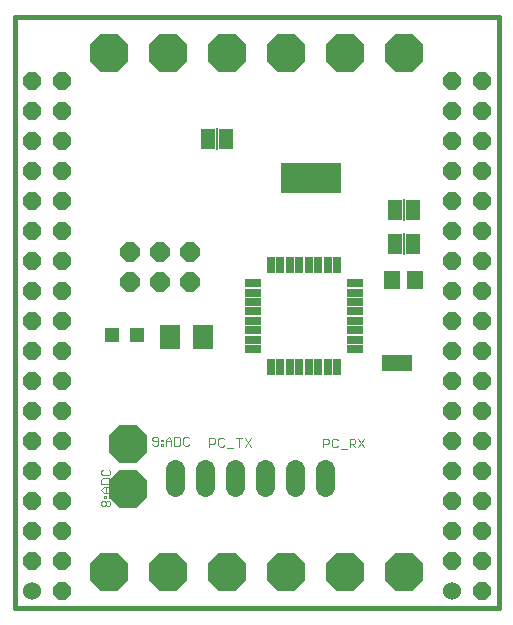
<source format=gts>
G75*
%MOIN*%
%OFA0B0*%
%FSLAX24Y24*%
%IPPOS*%
%LPD*%
%AMOC8*
5,1,8,0,0,1.08239X$1,22.5*
%
%ADD10C,0.0160*%
%ADD11C,0.0030*%
%ADD12R,0.0540X0.0260*%
%ADD13R,0.0260X0.0540*%
%ADD14OC8,0.0640*%
%ADD15OC8,0.1290*%
%ADD16R,0.0512X0.0512*%
%ADD17R,0.0670X0.0827*%
%ADD18R,0.0552X0.0631*%
%ADD19C,0.0640*%
%ADD20C,0.0600*%
%ADD21OC8,0.0600*%
%ADD22R,0.0500X0.0670*%
%ADD23R,0.0060X0.0720*%
%ADD24R,0.2040X0.1040*%
%ADD25R,0.1040X0.0540*%
D10*
X001046Y000180D02*
X017188Y000180D01*
X017188Y019865D01*
X001046Y019865D01*
X001046Y000180D01*
D11*
X003987Y003558D02*
X004035Y003558D01*
X004084Y003606D01*
X004084Y003703D01*
X004132Y003752D01*
X004180Y003752D01*
X004229Y003703D01*
X004229Y003606D01*
X004180Y003558D01*
X004132Y003558D01*
X004084Y003606D01*
X004084Y003703D02*
X004035Y003752D01*
X003987Y003752D01*
X003939Y003703D01*
X003939Y003606D01*
X003987Y003558D01*
X004035Y003853D02*
X004084Y003853D01*
X004084Y003901D01*
X004035Y003901D01*
X004035Y003853D01*
X004180Y003853D02*
X004229Y003853D01*
X004229Y003901D01*
X004180Y003901D01*
X004180Y003853D01*
X004229Y004000D02*
X004035Y004000D01*
X003939Y004097D01*
X004035Y004194D01*
X004229Y004194D01*
X004229Y004295D02*
X004229Y004440D01*
X004180Y004488D01*
X003987Y004488D01*
X003939Y004440D01*
X003939Y004295D01*
X004229Y004295D01*
X004084Y004194D02*
X004084Y004000D01*
X003987Y004589D02*
X004180Y004589D01*
X004229Y004638D01*
X004229Y004734D01*
X004180Y004783D01*
X003987Y004783D02*
X003939Y004734D01*
X003939Y004638D01*
X003987Y004589D01*
X005636Y005628D02*
X005685Y005580D01*
X005782Y005580D01*
X005830Y005628D01*
X005830Y005822D01*
X005782Y005870D01*
X005685Y005870D01*
X005636Y005822D01*
X005636Y005773D01*
X005685Y005725D01*
X005830Y005725D01*
X005931Y005725D02*
X005931Y005773D01*
X005979Y005773D01*
X005979Y005725D01*
X005931Y005725D01*
X005931Y005628D02*
X005931Y005580D01*
X005979Y005580D01*
X005979Y005628D01*
X005931Y005628D01*
X006078Y005580D02*
X006078Y005773D01*
X006175Y005870D01*
X006272Y005773D01*
X006272Y005580D01*
X006373Y005580D02*
X006518Y005580D01*
X006567Y005628D01*
X006567Y005822D01*
X006518Y005870D01*
X006373Y005870D01*
X006373Y005580D01*
X006272Y005725D02*
X006078Y005725D01*
X006668Y005822D02*
X006668Y005628D01*
X006716Y005580D01*
X006813Y005580D01*
X006861Y005628D01*
X006861Y005822D02*
X006813Y005870D01*
X006716Y005870D01*
X006668Y005822D01*
X007540Y005842D02*
X007540Y005552D01*
X007540Y005649D02*
X007685Y005649D01*
X007734Y005697D01*
X007734Y005794D01*
X007685Y005842D01*
X007540Y005842D01*
X007835Y005794D02*
X007835Y005601D01*
X007883Y005552D01*
X007980Y005552D01*
X008028Y005601D01*
X008130Y005504D02*
X008323Y005504D01*
X008521Y005552D02*
X008521Y005842D01*
X008424Y005842D02*
X008618Y005842D01*
X008719Y005842D02*
X008912Y005552D01*
X008719Y005552D02*
X008912Y005842D01*
X008028Y005794D02*
X007980Y005842D01*
X007883Y005842D01*
X007835Y005794D01*
X011328Y005819D02*
X011328Y005529D01*
X011328Y005625D02*
X011473Y005625D01*
X011521Y005674D01*
X011521Y005770D01*
X011473Y005819D01*
X011328Y005819D01*
X011622Y005770D02*
X011622Y005577D01*
X011671Y005529D01*
X011767Y005529D01*
X011816Y005577D01*
X011917Y005480D02*
X012110Y005480D01*
X012212Y005529D02*
X012212Y005819D01*
X012357Y005819D01*
X012405Y005770D01*
X012405Y005674D01*
X012357Y005625D01*
X012212Y005625D01*
X012308Y005625D02*
X012405Y005529D01*
X012506Y005529D02*
X012700Y005819D01*
X012506Y005819D02*
X012700Y005529D01*
X011816Y005770D02*
X011767Y005819D01*
X011671Y005819D01*
X011622Y005770D01*
D12*
X012385Y008794D03*
X012385Y009109D03*
X012385Y009424D03*
X012385Y009739D03*
X012385Y010054D03*
X012385Y010369D03*
X012385Y010684D03*
X012385Y010999D03*
X009005Y010999D03*
X009005Y010684D03*
X009005Y010369D03*
X009005Y010054D03*
X009005Y009739D03*
X009005Y009424D03*
X009005Y009109D03*
X009005Y008794D03*
D13*
X009593Y008207D03*
X009908Y008207D03*
X010223Y008207D03*
X010538Y008207D03*
X010853Y008207D03*
X011168Y008207D03*
X011483Y008207D03*
X011798Y008207D03*
X011798Y011587D03*
X011483Y011587D03*
X011168Y011587D03*
X010853Y011587D03*
X010538Y011587D03*
X010223Y011587D03*
X009908Y011587D03*
X009593Y011587D03*
D14*
X006884Y012038D03*
X005884Y012038D03*
X005884Y011038D03*
X006884Y011038D03*
X004884Y011038D03*
X004884Y012038D03*
D15*
X004810Y005641D03*
X004821Y004137D03*
X004195Y001361D03*
X006164Y001361D03*
X008132Y001361D03*
X010101Y001361D03*
X012069Y001361D03*
X014038Y001361D03*
X014038Y018684D03*
X012069Y018684D03*
X010101Y018684D03*
X008132Y018684D03*
X006164Y018684D03*
X004195Y018684D03*
D16*
X004282Y009278D03*
X005109Y009278D03*
D17*
X006227Y009215D03*
X007329Y009215D03*
D18*
X013628Y011093D03*
X014377Y011093D03*
D19*
X011400Y004799D02*
X011400Y004199D01*
X010400Y004199D02*
X010400Y004799D01*
X009400Y004799D02*
X009400Y004199D01*
X008400Y004199D02*
X008400Y004799D01*
X007400Y004799D02*
X007400Y004199D01*
X006400Y004199D02*
X006400Y004799D01*
D20*
X001617Y000735D03*
X015617Y000735D03*
D21*
X016617Y000735D03*
X016617Y001735D03*
X016617Y002735D03*
X016617Y003735D03*
X016617Y004735D03*
X016617Y005735D03*
X016617Y006735D03*
X016617Y007735D03*
X016617Y008735D03*
X016617Y009735D03*
X016617Y010735D03*
X016617Y011735D03*
X016617Y012735D03*
X016617Y013735D03*
X016617Y014735D03*
X016617Y015735D03*
X016617Y016735D03*
X016617Y017735D03*
X015617Y017735D03*
X015617Y016735D03*
X015617Y015735D03*
X015617Y014735D03*
X015617Y013735D03*
X015617Y012735D03*
X015617Y011735D03*
X015617Y010735D03*
X015617Y009735D03*
X015617Y008735D03*
X015617Y007735D03*
X015617Y006735D03*
X015617Y005735D03*
X015617Y004735D03*
X015617Y003735D03*
X015617Y002735D03*
X015617Y001735D03*
X002617Y001735D03*
X002617Y000735D03*
X001617Y001735D03*
X001617Y002735D03*
X001617Y003735D03*
X001617Y004735D03*
X001617Y005735D03*
X001617Y006735D03*
X001617Y007735D03*
X001617Y008735D03*
X001617Y009735D03*
X001617Y010735D03*
X001617Y011735D03*
X001617Y012735D03*
X001617Y013735D03*
X001617Y014735D03*
X001617Y015735D03*
X001617Y016735D03*
X001617Y017735D03*
X002617Y017735D03*
X002617Y016735D03*
X002617Y015735D03*
X002617Y014735D03*
X002617Y013735D03*
X002617Y012735D03*
X002617Y011735D03*
X002617Y010735D03*
X002617Y009735D03*
X002617Y008735D03*
X002617Y007735D03*
X002617Y006735D03*
X002617Y005735D03*
X002617Y004735D03*
X002617Y003735D03*
X002617Y002735D03*
D22*
X013730Y012302D03*
X014330Y012302D03*
X014334Y013428D03*
X013734Y013428D03*
X008094Y015814D03*
X007494Y015814D03*
D23*
X007794Y015814D03*
X014034Y013428D03*
X014030Y012302D03*
D24*
X010912Y014491D03*
D25*
X013798Y008345D03*
M02*

</source>
